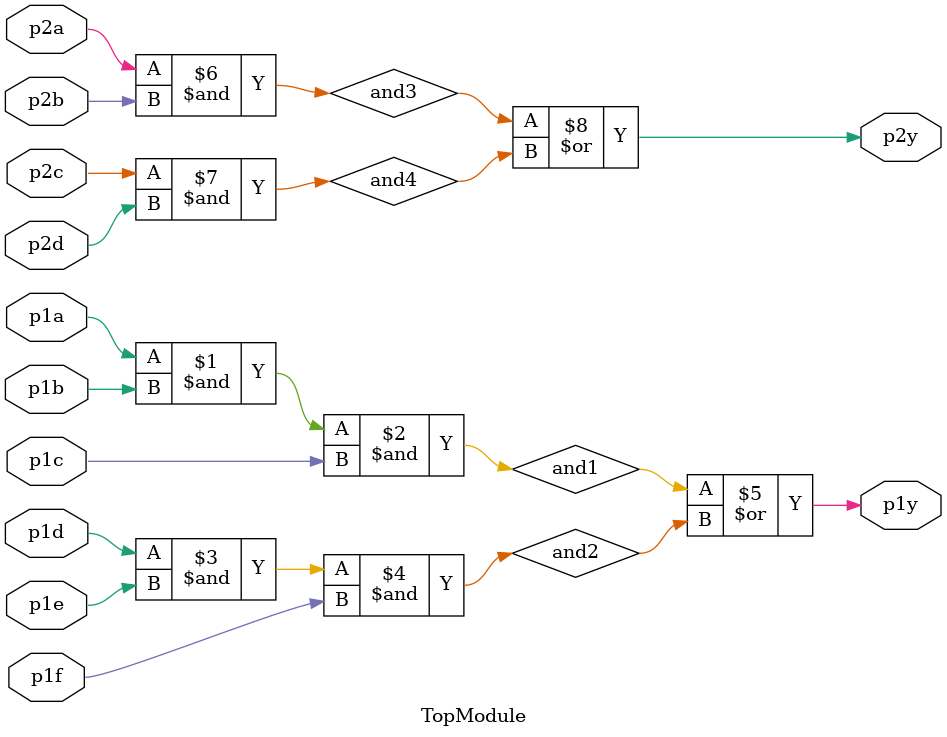
<source format=sv>


module TopModule (
  input p1a,
  input p1b,
  input p1c,
  input p1d,
  input p1e,
  input p1f,
  output p1y,
  input p2a,
  input p2b,
  input p2c,
  input p2d,
  output p2y
);

assign and1 = p1a & p1b & p1c;
assign and2 = p1d & p1e & p1f;
assign p1y = and1 | and2;
assign and3 = p2a & p2b;
assign and4 = p2c & p2d;
assign p2y = and3 | and4;
endmodule

</source>
